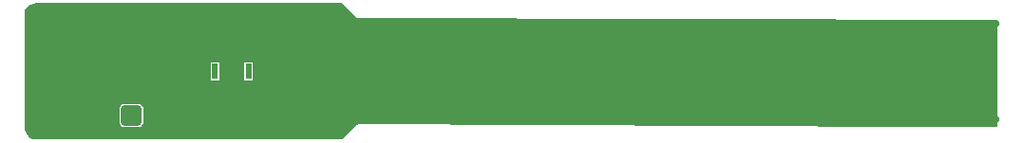
<source format=gbl>
G04*
G04 #@! TF.GenerationSoftware,Altium Limited,Altium Designer,20.1.12 (249)*
G04*
G04 Layer_Physical_Order=4*
G04 Layer_Color=16711680*
%FSLAX25Y25*%
%MOIN*%
G70*
G04*
G04 #@! TF.SameCoordinates,F0868872-FF7F-4824-B1C7-3C191F3A6EFF*
G04*
G04*
G04 #@! TF.FilePolarity,Positive*
G04*
G01*
G75*
%ADD14R,0.17953X0.03937*%
%ADD28R,0.17638X0.15079*%
%ADD29R,0.02165X0.11299*%
%ADD30R,0.02165X0.05512*%
%ADD31C,0.07087*%
G04:AMPARAMS|DCode=32|XSize=70.87mil|YSize=70.87mil|CornerRadius=8.86mil|HoleSize=0mil|Usage=FLASHONLY|Rotation=180.000|XOffset=0mil|YOffset=0mil|HoleType=Round|Shape=RoundedRectangle|*
%AMROUNDEDRECTD32*
21,1,0.07087,0.05315,0,0,180.0*
21,1,0.05315,0.07087,0,0,180.0*
1,1,0.01772,-0.02657,0.02657*
1,1,0.01772,0.02657,0.02657*
1,1,0.01772,0.02657,-0.02657*
1,1,0.01772,-0.02657,-0.02657*
%
%ADD32ROUNDEDRECTD32*%
%ADD33C,0.02756*%
%ADD34C,0.01968*%
%ADD35C,0.05000*%
G36*
X6917Y109513D02*
X114298D01*
X119224Y104762D01*
X119459Y104612D01*
X119691Y104456D01*
X119707Y104452D01*
X119721Y104443D01*
X119996Y104394D01*
X120270Y104338D01*
X344143Y103559D01*
X344495Y103204D01*
X344319Y66290D01*
X343964Y65939D01*
X314052Y66118D01*
X314007Y66127D01*
X185006Y66627D01*
X184833Y66593D01*
X184799Y66600D01*
X120289Y66905D01*
X120271Y66902D01*
X120254Y66905D01*
X119982Y66846D01*
X119709Y66793D01*
X119694Y66783D01*
X119677Y66780D01*
X119448Y66621D01*
X119216Y66467D01*
X119207Y66453D01*
X119192Y66443D01*
X114468Y61543D01*
X45556Y61502D01*
X45501Y61513D01*
X7619Y61543D01*
X7119Y61544D01*
X6640Y61594D01*
X6083Y61667D01*
X5118Y62066D01*
X4290Y62702D01*
X3654Y63531D01*
X3254Y64496D01*
X3181Y65052D01*
X3131Y65532D01*
X3131Y65539D01*
X3128Y66031D01*
X2929Y105532D01*
X2921Y105569D01*
X3052Y106560D01*
X3451Y107525D01*
X4087Y108354D01*
X4916Y108990D01*
X5881Y109390D01*
X6876Y109521D01*
X6917Y109513D01*
D02*
G37*
%LPC*%
G36*
X83188Y88784D02*
X80022D01*
Y82272D01*
X83188D01*
Y88784D01*
D02*
G37*
G36*
X71377D02*
X68211D01*
Y82272D01*
X71377D01*
Y88784D01*
D02*
G37*
G36*
X43158Y74071D02*
X37843D01*
X37302Y73963D01*
X36843Y73657D01*
X36537Y73198D01*
X36430Y72658D01*
Y67343D01*
X36537Y66802D01*
X36843Y66343D01*
X37302Y66037D01*
X37843Y65930D01*
X43158D01*
X43698Y66037D01*
X44157Y66343D01*
X44463Y66802D01*
X44570Y67343D01*
Y72658D01*
X44463Y73198D01*
X44157Y73657D01*
X43698Y73963D01*
X43158Y74071D01*
D02*
G37*
%LPD*%
D14*
X12665Y95843D02*
D03*
Y75213D02*
D03*
D28*
X75699Y72339D02*
D03*
D29*
Y85528D02*
D03*
D30*
X69794D02*
D03*
X81605D02*
D03*
D31*
X30500Y70000D02*
D03*
D32*
X40500D02*
D03*
D33*
X69985Y107728D02*
D03*
X88385D02*
D03*
X85318D02*
D03*
X73052D02*
D03*
X79185D02*
D03*
X76118D02*
D03*
X82251D02*
D03*
X66918D02*
D03*
X69985Y63328D02*
D03*
X88385D02*
D03*
X85318D02*
D03*
X73052D02*
D03*
X79185D02*
D03*
X76118D02*
D03*
X82251D02*
D03*
X66918D02*
D03*
X57718D02*
D03*
X60785D02*
D03*
X66918D02*
D03*
X63851D02*
D03*
X39318D02*
D03*
X36252D02*
D03*
X45452D02*
D03*
X23985D02*
D03*
X30118D02*
D03*
X54651D02*
D03*
X48518D02*
D03*
X27052D02*
D03*
X33185D02*
D03*
X42385D02*
D03*
X51585D02*
D03*
X20918D02*
D03*
X17852D02*
D03*
X57718Y107728D02*
D03*
X60785D02*
D03*
X66918D02*
D03*
X63851D02*
D03*
X39318D02*
D03*
X36252D02*
D03*
X45452D02*
D03*
X23985D02*
D03*
X30118D02*
D03*
X54651D02*
D03*
X48518D02*
D03*
X27052D02*
D03*
X33185D02*
D03*
X42385D02*
D03*
X51585D02*
D03*
X20918D02*
D03*
X17852D02*
D03*
X11718D02*
D03*
X8652D02*
D03*
X14785D02*
D03*
Y63328D02*
D03*
X8652D02*
D03*
X5500Y63500D02*
D03*
X11718Y63328D02*
D03*
X4518Y98562D02*
D03*
Y104695D02*
D03*
X5500Y107500D02*
D03*
X4518Y101628D02*
D03*
Y92428D02*
D03*
Y89362D02*
D03*
Y81695D02*
D03*
Y78628D02*
D03*
Y69428D02*
D03*
Y66362D02*
D03*
Y72495D02*
D03*
X126018Y102800D02*
D03*
X122951D02*
D03*
X129085D02*
D03*
X119900D02*
D03*
X132151D02*
D03*
X162818D02*
D03*
X153618D02*
D03*
X144418D02*
D03*
X138285D02*
D03*
X159751D02*
D03*
X165885D02*
D03*
X141351D02*
D03*
X135218D02*
D03*
X156685D02*
D03*
X147485D02*
D03*
X150551D02*
D03*
X199618Y102700D02*
D03*
X190418D02*
D03*
X181218D02*
D03*
X175100D02*
D03*
X196551D02*
D03*
X202684D02*
D03*
X178151D02*
D03*
X172018Y102800D02*
D03*
X193484Y102700D02*
D03*
X184284D02*
D03*
X187351D02*
D03*
X168951Y102800D02*
D03*
X205700Y102400D02*
D03*
X236367Y102200D02*
D03*
X227167D02*
D03*
X217967D02*
D03*
X211834D02*
D03*
X233300D02*
D03*
X239434D02*
D03*
X214900D02*
D03*
X208767D02*
D03*
X230234D02*
D03*
X221034D02*
D03*
X224100D02*
D03*
X273167D02*
D03*
X263967D02*
D03*
X254767D02*
D03*
X248634D02*
D03*
X270100D02*
D03*
X276234D02*
D03*
X251700D02*
D03*
X245567D02*
D03*
X267034D02*
D03*
X257834D02*
D03*
X260900D02*
D03*
X242500D02*
D03*
X309967D02*
D03*
X300767D02*
D03*
X291567D02*
D03*
X285434D02*
D03*
X306900D02*
D03*
X313033D02*
D03*
X288500D02*
D03*
X282367D02*
D03*
X303833D02*
D03*
X294633D02*
D03*
X297700D02*
D03*
X279300D02*
D03*
X316100D02*
D03*
X334500D02*
D03*
X331433D02*
D03*
X340633D02*
D03*
X319167D02*
D03*
X325300D02*
D03*
X343700D02*
D03*
X322233D02*
D03*
X328367D02*
D03*
X337567D02*
D03*
X88385Y107728D02*
D03*
X112918D02*
D03*
X103718D02*
D03*
X97585D02*
D03*
X100651D02*
D03*
X94518D02*
D03*
X106785D02*
D03*
X109851D02*
D03*
X91451D02*
D03*
X117218Y104428D02*
D03*
X115317Y106528D02*
D03*
X119800Y68500D02*
D03*
X122900D02*
D03*
X126018D02*
D03*
X129085D02*
D03*
X132151D02*
D03*
X162818D02*
D03*
X153618D02*
D03*
X144418D02*
D03*
X138285D02*
D03*
X159751D02*
D03*
X165885D02*
D03*
X141351D02*
D03*
X135218D02*
D03*
X156685D02*
D03*
X147485D02*
D03*
X150551D02*
D03*
X199618D02*
D03*
X190418D02*
D03*
X181218D02*
D03*
X175084D02*
D03*
X196551D02*
D03*
X202684D02*
D03*
X178151D02*
D03*
X172018D02*
D03*
X193484D02*
D03*
X184284D02*
D03*
X187351D02*
D03*
X168951D02*
D03*
X205751D02*
D03*
X236418D02*
D03*
X227218D02*
D03*
X218018D02*
D03*
X211884D02*
D03*
X233351D02*
D03*
X239484D02*
D03*
X214951D02*
D03*
X208818D02*
D03*
X230284D02*
D03*
X221084D02*
D03*
X224151D02*
D03*
X273218D02*
D03*
X264018D02*
D03*
X254818D02*
D03*
X248684D02*
D03*
X270151D02*
D03*
X276284D02*
D03*
X251751D02*
D03*
X245618D02*
D03*
X267084D02*
D03*
X257884D02*
D03*
X260951D02*
D03*
X242551D02*
D03*
X310018D02*
D03*
X300818D02*
D03*
X291618D02*
D03*
X285484D02*
D03*
X306951D02*
D03*
X313084D02*
D03*
X288551D02*
D03*
X282418D02*
D03*
X303884D02*
D03*
X294684D02*
D03*
X297751D02*
D03*
X279351D02*
D03*
X316151D02*
D03*
X334551D02*
D03*
X331484D02*
D03*
X340684D02*
D03*
X319218D02*
D03*
X325351D02*
D03*
X343751D02*
D03*
X322284D02*
D03*
X328417D02*
D03*
X337617D02*
D03*
X88385Y63328D02*
D03*
X112918D02*
D03*
X103718D02*
D03*
X97585D02*
D03*
X100651D02*
D03*
X94518D02*
D03*
X106785D02*
D03*
X109851D02*
D03*
X91451D02*
D03*
X117218Y66628D02*
D03*
X115317Y64528D02*
D03*
X339884Y88728D02*
D03*
X330684D02*
D03*
X321484D02*
D03*
X315351D02*
D03*
X336818D02*
D03*
X342951D02*
D03*
X318418D02*
D03*
X312284D02*
D03*
X333751D02*
D03*
X324551D02*
D03*
X327618D02*
D03*
X309218D02*
D03*
X272418D02*
D03*
X290818D02*
D03*
X287751D02*
D03*
X296951D02*
D03*
X275484D02*
D03*
X281618D02*
D03*
X306151D02*
D03*
X300018D02*
D03*
X278551D02*
D03*
X284684D02*
D03*
X293884D02*
D03*
X303084D02*
D03*
X235618D02*
D03*
X254018D02*
D03*
X250951D02*
D03*
X260151D02*
D03*
X238684D02*
D03*
X244818D02*
D03*
X269351D02*
D03*
X263218D02*
D03*
X241751D02*
D03*
X247884D02*
D03*
X257084D02*
D03*
X266284D02*
D03*
X217218D02*
D03*
X214151D02*
D03*
X223351D02*
D03*
X201885D02*
D03*
X208018D02*
D03*
X232551D02*
D03*
X226418D02*
D03*
X204951D02*
D03*
X211085D02*
D03*
X220284D02*
D03*
X229484D02*
D03*
X198818D02*
D03*
X180418D02*
D03*
X177351D02*
D03*
X186551D02*
D03*
X165085D02*
D03*
X171218D02*
D03*
X195751D02*
D03*
X189618D02*
D03*
X168151D02*
D03*
X174285D02*
D03*
X183484D02*
D03*
X192684D02*
D03*
X162018D02*
D03*
X125218D02*
D03*
X143618D02*
D03*
X140551D02*
D03*
X149751D02*
D03*
X128285D02*
D03*
X134418D02*
D03*
X158951D02*
D03*
X152818D02*
D03*
X131351D02*
D03*
X137485D02*
D03*
X146685D02*
D03*
X155885D02*
D03*
X106818D02*
D03*
X103751D02*
D03*
X112951D02*
D03*
X122151D02*
D03*
X116018D02*
D03*
X100685D02*
D03*
X109885D02*
D03*
X119085D02*
D03*
X339884Y82328D02*
D03*
X330684D02*
D03*
X321484D02*
D03*
X315351D02*
D03*
X336818D02*
D03*
X342951D02*
D03*
X318418D02*
D03*
X312284D02*
D03*
X333751D02*
D03*
X324551D02*
D03*
X327618D02*
D03*
X309218D02*
D03*
X272418D02*
D03*
X290818D02*
D03*
X287751D02*
D03*
X296951D02*
D03*
X275484D02*
D03*
X281618D02*
D03*
X306151D02*
D03*
X300018D02*
D03*
X278551D02*
D03*
X284684D02*
D03*
X293884D02*
D03*
X303084D02*
D03*
X235618D02*
D03*
X254018D02*
D03*
X250951D02*
D03*
X260151D02*
D03*
X238684D02*
D03*
X244818D02*
D03*
X269351D02*
D03*
X263218D02*
D03*
X241751D02*
D03*
X247884D02*
D03*
X257084D02*
D03*
X266284D02*
D03*
X217218D02*
D03*
X214151D02*
D03*
X223351D02*
D03*
X201885D02*
D03*
X208018D02*
D03*
X232551D02*
D03*
X226418D02*
D03*
X204951D02*
D03*
X211085D02*
D03*
X220284D02*
D03*
X229484D02*
D03*
X198818D02*
D03*
X180418D02*
D03*
X177351D02*
D03*
X186551D02*
D03*
X165085D02*
D03*
X171218D02*
D03*
X195751D02*
D03*
X189618D02*
D03*
X168151D02*
D03*
X174285D02*
D03*
X183484D02*
D03*
X192684D02*
D03*
X162018D02*
D03*
X125218D02*
D03*
X143618D02*
D03*
X140551D02*
D03*
X149751D02*
D03*
X128285D02*
D03*
X134418D02*
D03*
X158951D02*
D03*
X152818D02*
D03*
X131351D02*
D03*
X137485D02*
D03*
X146685D02*
D03*
X155885D02*
D03*
X106818D02*
D03*
X103751D02*
D03*
X112951D02*
D03*
X122151D02*
D03*
X116018D02*
D03*
X100685D02*
D03*
X109885D02*
D03*
X119085D02*
D03*
D34*
X68534Y66749D02*
D03*
X82707D02*
D03*
X68534Y76749D02*
D03*
X73140D02*
D03*
X77928D02*
D03*
X82707D02*
D03*
X68534Y71749D02*
D03*
X73140D02*
D03*
X77928D02*
D03*
X82707D02*
D03*
D35*
X75699Y80016D02*
D03*
M02*

</source>
